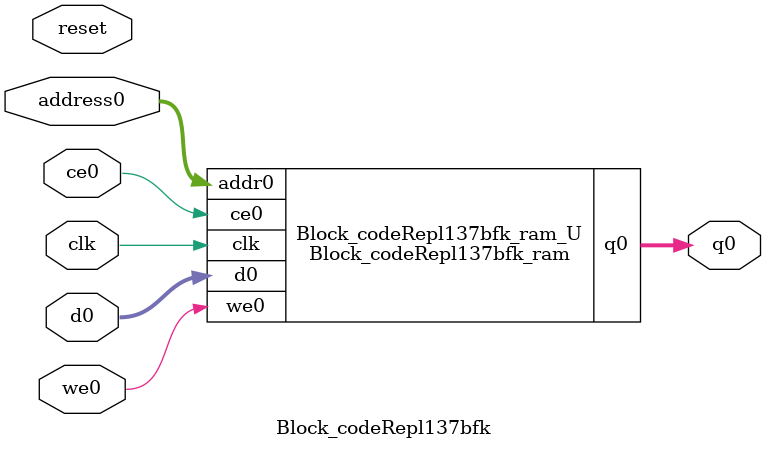
<source format=v>
`timescale 1 ns / 1 ps
module Block_codeRepl137bfk_ram (addr0, ce0, d0, we0, q0,  clk);

parameter DWIDTH = 5;
parameter AWIDTH = 10;
parameter MEM_SIZE = 924;

input[AWIDTH-1:0] addr0;
input ce0;
input[DWIDTH-1:0] d0;
input we0;
output reg[DWIDTH-1:0] q0;
input clk;

(* ram_style = "block" *)reg [DWIDTH-1:0] ram[0:MEM_SIZE-1];




always @(posedge clk)  
begin 
    if (ce0) begin
        if (we0) 
            ram[addr0] <= d0; 
        q0 <= ram[addr0];
    end
end


endmodule

`timescale 1 ns / 1 ps
module Block_codeRepl137bfk(
    reset,
    clk,
    address0,
    ce0,
    we0,
    d0,
    q0);

parameter DataWidth = 32'd5;
parameter AddressRange = 32'd924;
parameter AddressWidth = 32'd10;
input reset;
input clk;
input[AddressWidth - 1:0] address0;
input ce0;
input we0;
input[DataWidth - 1:0] d0;
output[DataWidth - 1:0] q0;



Block_codeRepl137bfk_ram Block_codeRepl137bfk_ram_U(
    .clk( clk ),
    .addr0( address0 ),
    .ce0( ce0 ),
    .we0( we0 ),
    .d0( d0 ),
    .q0( q0 ));

endmodule


</source>
